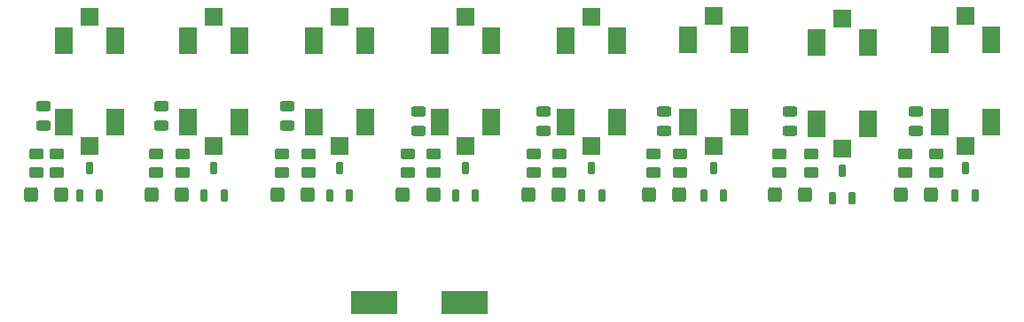
<source format=gtp>
G04 #@! TF.GenerationSoftware,KiCad,Pcbnew,9.0.5*
G04 #@! TF.CreationDate,2025-10-24T01:36:13-07:00*
G04 #@! TF.ProjectId,New CAN Accessories board,4e657720-4341-44e2-9041-63636573736f,rev?*
G04 #@! TF.SameCoordinates,Original*
G04 #@! TF.FileFunction,Paste,Top*
G04 #@! TF.FilePolarity,Positive*
%FSLAX46Y46*%
G04 Gerber Fmt 4.6, Leading zero omitted, Abs format (unit mm)*
G04 Created by KiCad (PCBNEW 9.0.5) date 2025-10-24 01:36:13*
%MOMM*%
%LPD*%
G01*
G04 APERTURE LIST*
G04 Aperture macros list*
%AMRoundRect*
0 Rectangle with rounded corners*
0 $1 Rounding radius*
0 $2 $3 $4 $5 $6 $7 $8 $9 X,Y pos of 4 corners*
0 Add a 4 corners polygon primitive as box body*
4,1,4,$2,$3,$4,$5,$6,$7,$8,$9,$2,$3,0*
0 Add four circle primitives for the rounded corners*
1,1,$1+$1,$2,$3*
1,1,$1+$1,$4,$5*
1,1,$1+$1,$6,$7*
1,1,$1+$1,$8,$9*
0 Add four rect primitives between the rounded corners*
20,1,$1+$1,$2,$3,$4,$5,0*
20,1,$1+$1,$4,$5,$6,$7,0*
20,1,$1+$1,$6,$7,$8,$9,0*
20,1,$1+$1,$8,$9,$2,$3,0*%
G04 Aperture macros list end*
%ADD10R,1.700000X1.700000*%
%ADD11R,1.700000X2.660000*%
%ADD12RoundRect,0.162500X0.162500X-0.447500X0.162500X0.447500X-0.162500X0.447500X-0.162500X-0.447500X0*%
%ADD13RoundRect,0.243750X-0.456250X0.243750X-0.456250X-0.243750X0.456250X-0.243750X0.456250X0.243750X0*%
%ADD14RoundRect,0.250000X0.450000X-0.262500X0.450000X0.262500X-0.450000X0.262500X-0.450000X-0.262500X0*%
%ADD15RoundRect,0.250000X0.400000X0.450000X-0.400000X0.450000X-0.400000X-0.450000X0.400000X-0.450000X0*%
%ADD16R,4.500000X2.300000*%
G04 APERTURE END LIST*
D10*
X71078571Y-40966000D03*
D11*
X73528571Y-43256000D03*
X68628571Y-43256000D03*
X73528571Y-51084000D03*
X68628571Y-51084000D03*
D10*
X71078571Y-53374000D03*
D12*
X58050000Y-58125000D03*
X59950000Y-58125000D03*
X59000000Y-55505000D03*
D13*
X18700000Y-49562500D03*
X18700000Y-51437500D03*
D14*
X18000000Y-55912500D03*
X18000000Y-54087500D03*
D12*
X22160000Y-58125000D03*
X24060000Y-58125000D03*
X23110000Y-55505000D03*
D14*
X53500000Y-55912500D03*
X53500000Y-54087500D03*
D12*
X70128571Y-58125000D03*
X72028571Y-58125000D03*
X71078571Y-55505000D03*
X46050000Y-58125000D03*
X47950000Y-58125000D03*
X47000000Y-55505000D03*
D10*
X59000000Y-40966000D03*
D11*
X61450000Y-43256000D03*
X56550000Y-43256000D03*
X61450000Y-51084000D03*
X56550000Y-51084000D03*
D10*
X59000000Y-53374000D03*
D12*
X81796000Y-58082000D03*
X83696000Y-58082000D03*
X82746000Y-55462000D03*
D13*
X78000000Y-50062500D03*
X78000000Y-51937500D03*
D14*
X43995000Y-55912500D03*
X43995000Y-54087500D03*
X104000000Y-55912500D03*
X104000000Y-54087500D03*
X56000000Y-55912500D03*
X56000000Y-54087500D03*
D10*
X35000000Y-40966000D03*
D11*
X37450000Y-43256000D03*
X32550000Y-43256000D03*
X37450000Y-51084000D03*
X32550000Y-51084000D03*
D10*
X35000000Y-53374000D03*
D14*
X41495000Y-55912500D03*
X41495000Y-54087500D03*
D15*
X20450000Y-58000000D03*
X17550000Y-58000000D03*
D13*
X41995000Y-49562500D03*
X41995000Y-51437500D03*
D15*
X55950000Y-58000000D03*
X53050000Y-58000000D03*
X43945000Y-58000000D03*
X41045000Y-58000000D03*
D10*
X106746000Y-40923000D03*
D11*
X109196000Y-43213000D03*
X104296000Y-43213000D03*
X109196000Y-51041000D03*
X104296000Y-51041000D03*
D10*
X106746000Y-53331000D03*
D14*
X20000000Y-55912500D03*
X20000000Y-54087500D03*
D15*
X79450000Y-58000000D03*
X76550000Y-58000000D03*
D14*
X77000000Y-55912500D03*
X77000000Y-54087500D03*
D15*
X67950000Y-58000000D03*
X65050000Y-58000000D03*
D14*
X89000000Y-55912500D03*
X89000000Y-54087500D03*
D10*
X95000000Y-41151000D03*
D11*
X97450000Y-43441000D03*
X92550000Y-43441000D03*
X97450000Y-51269000D03*
X92550000Y-51269000D03*
D10*
X95000000Y-53559000D03*
D13*
X90000000Y-50062500D03*
X90000000Y-51937500D03*
X54500000Y-50062500D03*
X54500000Y-51937500D03*
D14*
X101000000Y-55912500D03*
X101000000Y-54087500D03*
D12*
X94050000Y-58310000D03*
X95950000Y-58310000D03*
X95000000Y-55690000D03*
D15*
X91450000Y-58000000D03*
X88550000Y-58000000D03*
D14*
X65500000Y-55912500D03*
X65500000Y-54087500D03*
D15*
X103450000Y-58000000D03*
X100550000Y-58000000D03*
D12*
X105796000Y-58082000D03*
X107696000Y-58082000D03*
X106746000Y-55462000D03*
D14*
X92000000Y-55912500D03*
X92000000Y-54087500D03*
D10*
X47000000Y-40966000D03*
D11*
X49450000Y-43256000D03*
X44550000Y-43256000D03*
X49450000Y-51084000D03*
X44550000Y-51084000D03*
D10*
X47000000Y-53374000D03*
D14*
X32000000Y-55912500D03*
X32000000Y-54087500D03*
D13*
X30000000Y-49562500D03*
X30000000Y-51437500D03*
D12*
X34050000Y-58125000D03*
X35950000Y-58125000D03*
X35000000Y-55505000D03*
D10*
X23110000Y-40966000D03*
D11*
X25560000Y-43256000D03*
X20660000Y-43256000D03*
X25560000Y-51084000D03*
X20660000Y-51084000D03*
D10*
X23110000Y-53374000D03*
D15*
X31950000Y-58000000D03*
X29050000Y-58000000D03*
D13*
X66500000Y-50062500D03*
X66500000Y-51937500D03*
D10*
X82746000Y-40923000D03*
D11*
X85196000Y-43213000D03*
X80296000Y-43213000D03*
X85196000Y-51041000D03*
X80296000Y-51041000D03*
D10*
X82746000Y-53331000D03*
D13*
X102000000Y-50062500D03*
X102000000Y-51937500D03*
D14*
X79500000Y-55912500D03*
X79500000Y-54087500D03*
D16*
X58960000Y-68310000D03*
X50260000Y-68310000D03*
D14*
X68000000Y-55912500D03*
X68000000Y-54087500D03*
X29500000Y-55912500D03*
X29500000Y-54087500D03*
M02*

</source>
